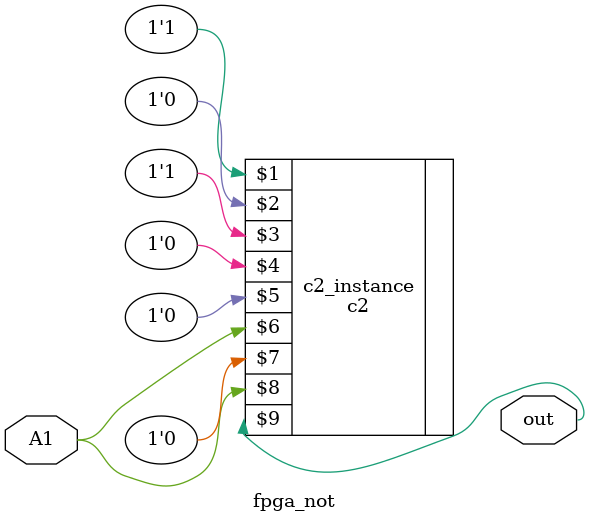
<source format=v>
`include "c2.v"

module fpga_not(input A1, output out);

    c2 c2_instance(1'b1, 1'b0, 1'b1, 1'b0, 1'b0, A1, 1'b0, A1, out);
    // c2(input d0, d1, d2, d3, A0, A1, B0, B1, output reg out);

endmodule
</source>
